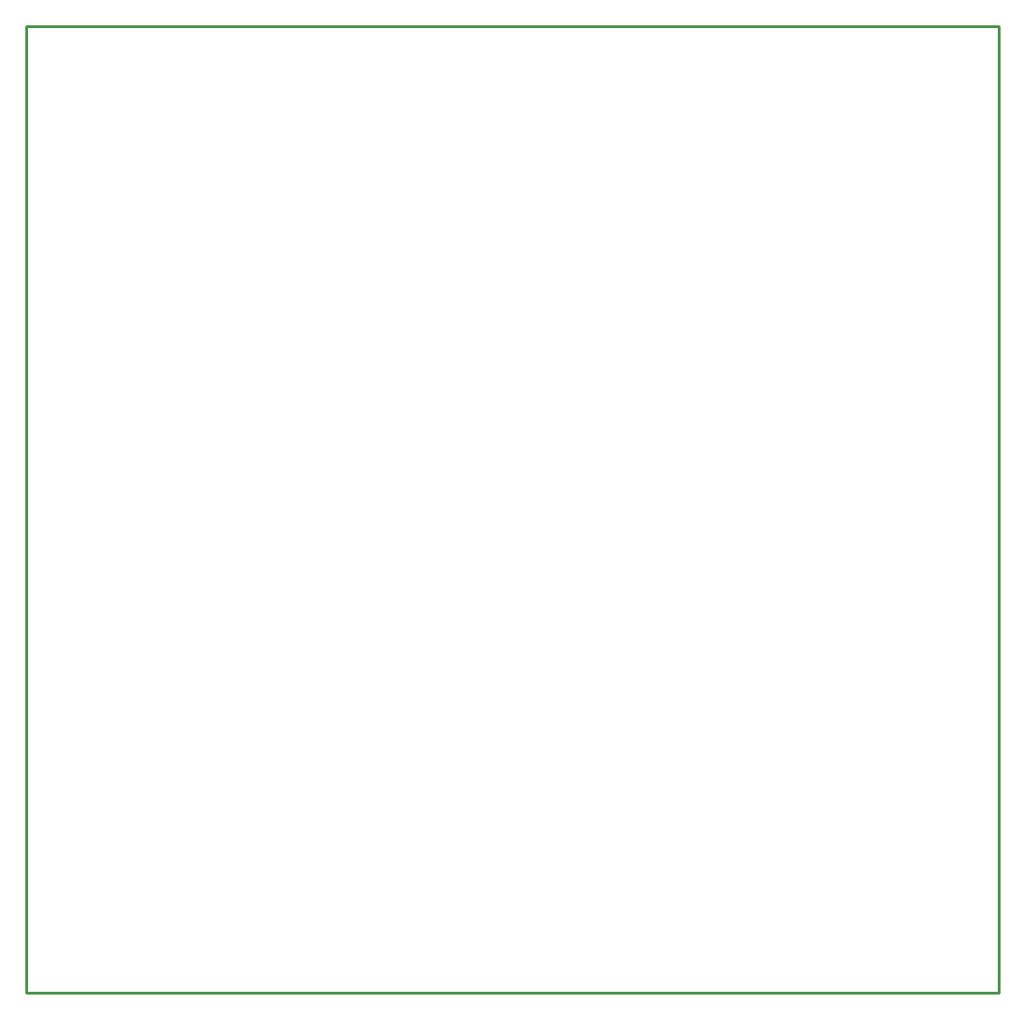
<source format=gko>
G04 Layer: BoardOutline*
G04 EasyEDA v6.4.7, 2021-02-21T20:01:47+05:30*
G04 e3d0b1098bfb4b77ab9dba27c3ae41cd,c102caab13844b3dbbbf78dac792161f,10*
G04 Gerber Generator version 0.2*
G04 Scale: 100 percent, Rotated: No, Reflected: No *
G04 Dimensions in inches *
G04 leading zeros omitted , absolute positions ,2 integer and 4 decimal *
%FSLAX24Y24*%
%MOIN*%
G90*
D02*

%ADD10C,0.010000*%
G54D10*
G01X0Y32150D02*
G01X0Y34400D01*
G01X34600Y34400D01*
G01X34600Y0D01*
G01X0Y0D01*
G01X0Y32150D01*

%LPD*%
M00*
M02*

</source>
